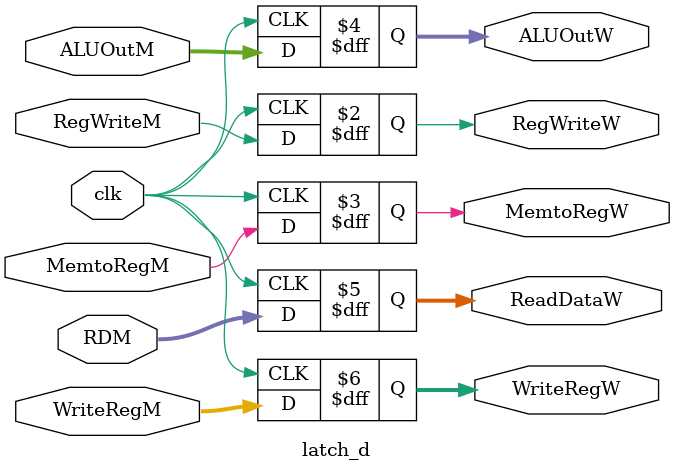
<source format=v>
module  latch_d(
    input           clk,

    input           RegWriteM,
    input           MemtoRegM,
    input   [31:0]  ALUOutM,
    input   [31:0]  RDM,
    input   [4:0]   WriteRegM,

    output  reg         RegWriteW,
    output  reg         MemtoRegW,
    output  reg [31:0]  ALUOutW,
    output  reg [31:0]  ReadDataW,
    output  reg [4:0]   WriteRegW      
);

always @(posedge clk)begin
    RegWriteW <= RegWriteM;
    MemtoRegW <= MemtoRegM;
    ALUOutW <= ALUOutM;
    ReadDataW <= RDM;
    WriteRegW <= WriteRegM;
end

endmodule
</source>
